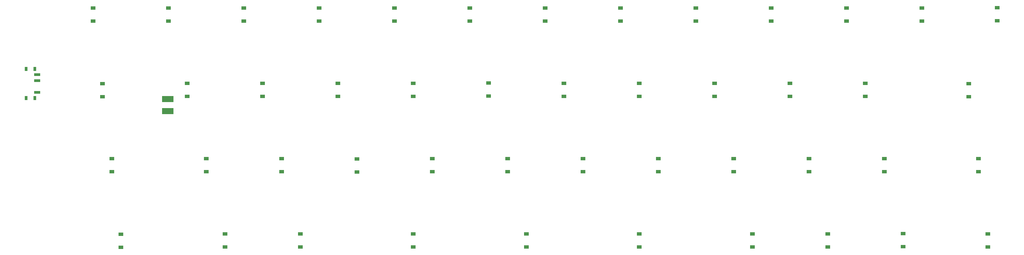
<source format=gbr>
%TF.GenerationSoftware,KiCad,Pcbnew,(6.0.7)*%
%TF.CreationDate,2022-12-22T17:21:42+01:00*%
%TF.ProjectId,Kestrel47,4b657374-7265-46c3-9437-2e6b69636164,rev?*%
%TF.SameCoordinates,Original*%
%TF.FileFunction,Paste,Bot*%
%TF.FilePolarity,Positive*%
%FSLAX46Y46*%
G04 Gerber Fmt 4.6, Leading zero omitted, Abs format (unit mm)*
G04 Created by KiCad (PCBNEW (6.0.7)) date 2022-12-22 17:21:42*
%MOMM*%
%LPD*%
G01*
G04 APERTURE LIST*
%ADD10R,0.800000X1.000000*%
%ADD11R,1.500000X0.700000*%
%ADD12R,3.000000X1.500000*%
%ADD13R,1.200000X0.900000*%
G04 APERTURE END LIST*
D10*
%TO.C,SW2*%
X16362500Y-40800000D03*
X18562500Y-40800000D03*
X18562500Y-48100000D03*
X16362500Y-48100000D03*
D11*
X19212500Y-42200000D03*
X19212500Y-43700000D03*
X19212500Y-46700000D03*
%TD*%
D12*
%TO.C,BT1*%
X52197000Y-51411000D03*
X52197000Y-48411000D03*
%TD*%
D13*
%TO.C,D29*%
X176212500Y-66737500D03*
X176212500Y-63437500D03*
%TD*%
%TO.C,D7*%
X61912500Y-66737500D03*
X61912500Y-63437500D03*
%TD*%
%TO.C,D43*%
X242887500Y-28637500D03*
X242887500Y-25337500D03*
%TD*%
%TO.C,D47*%
X261937500Y-28575000D03*
X261937500Y-25275000D03*
%TD*%
%TO.C,D17*%
X109537500Y-28637500D03*
X109537500Y-25337500D03*
%TD*%
%TO.C,D38*%
X219075000Y-85787500D03*
X219075000Y-82487500D03*
%TD*%
%TO.C,D2*%
X35687000Y-47751000D03*
X35687000Y-44451000D03*
%TD*%
%TO.C,D18*%
X114300000Y-47687500D03*
X114300000Y-44387500D03*
%TD*%
%TO.C,D46*%
X259588000Y-85787500D03*
X259588000Y-82487500D03*
%TD*%
%TO.C,D31*%
X185737500Y-28637500D03*
X185737500Y-25337500D03*
%TD*%
%TO.C,D8*%
X66675000Y-85787500D03*
X66675000Y-82487500D03*
%TD*%
%TO.C,D22*%
X138112500Y-66737500D03*
X138112500Y-63437500D03*
%TD*%
%TO.C,D37*%
X214312500Y-66737500D03*
X214312500Y-63437500D03*
%TD*%
%TO.C,D16*%
X114300000Y-85787500D03*
X114300000Y-82487500D03*
%TD*%
%TO.C,D15*%
X100012500Y-66800000D03*
X100012500Y-63500000D03*
%TD*%
%TO.C,D6*%
X57150000Y-44387500D03*
X57150000Y-47687500D03*
%TD*%
%TO.C,D24*%
X147637500Y-28637500D03*
X147637500Y-25337500D03*
%TD*%
%TO.C,D19*%
X119062500Y-66737500D03*
X119062500Y-63437500D03*
%TD*%
%TO.C,D9*%
X71437500Y-28637500D03*
X71437500Y-25337500D03*
%TD*%
%TO.C,D1*%
X33337500Y-28637500D03*
X33337500Y-25337500D03*
%TD*%
%TO.C,D32*%
X190500000Y-47687500D03*
X190500000Y-44387500D03*
%TD*%
%TO.C,D3*%
X38100000Y-66737500D03*
X38100000Y-63437500D03*
%TD*%
%TO.C,D42*%
X238125000Y-85725000D03*
X238125000Y-82425000D03*
%TD*%
%TO.C,D21*%
X133350000Y-47625000D03*
X133350000Y-44325000D03*
%TD*%
%TO.C,D28*%
X171450000Y-47687500D03*
X171450000Y-44387500D03*
%TD*%
%TO.C,D40*%
X228600000Y-47687500D03*
X228600000Y-44387500D03*
%TD*%
%TO.C,D45*%
X257175000Y-66737500D03*
X257175000Y-63437500D03*
%TD*%
%TO.C,D4*%
X40386000Y-85851000D03*
X40386000Y-82551000D03*
%TD*%
%TO.C,D34*%
X200025000Y-85787500D03*
X200025000Y-82487500D03*
%TD*%
%TO.C,D14*%
X95250000Y-47687500D03*
X95250000Y-44387500D03*
%TD*%
%TO.C,D10*%
X76200000Y-47687500D03*
X76200000Y-44387500D03*
%TD*%
%TO.C,D26*%
X157162500Y-66737500D03*
X157162500Y-63437500D03*
%TD*%
%TO.C,D5*%
X52387500Y-28637500D03*
X52387500Y-25337500D03*
%TD*%
%TO.C,D25*%
X152400000Y-47687500D03*
X152400000Y-44387500D03*
%TD*%
%TO.C,D33*%
X195262500Y-66737500D03*
X195262500Y-63437500D03*
%TD*%
%TO.C,D35*%
X204787500Y-28637500D03*
X204787500Y-25337500D03*
%TD*%
%TO.C,D20*%
X128587500Y-28637500D03*
X128587500Y-25337500D03*
%TD*%
%TO.C,D23*%
X142875000Y-85787500D03*
X142875000Y-82487500D03*
%TD*%
%TO.C,D27*%
X166687500Y-28637500D03*
X166687500Y-25337500D03*
%TD*%
%TO.C,D12*%
X85725000Y-85787500D03*
X85725000Y-82487500D03*
%TD*%
%TO.C,D41*%
X233362500Y-66737500D03*
X233362500Y-63437500D03*
%TD*%
%TO.C,D44*%
X254762000Y-47751000D03*
X254762000Y-44451000D03*
%TD*%
%TO.C,D39*%
X223837500Y-28637500D03*
X223837500Y-25337500D03*
%TD*%
%TO.C,D30*%
X171450000Y-85787500D03*
X171450000Y-82487500D03*
%TD*%
%TO.C,D36*%
X209550000Y-47687500D03*
X209550000Y-44387500D03*
%TD*%
%TO.C,D13*%
X90487500Y-28637500D03*
X90487500Y-25337500D03*
%TD*%
%TO.C,D11*%
X80962500Y-66737500D03*
X80962500Y-63437500D03*
%TD*%
M02*

</source>
